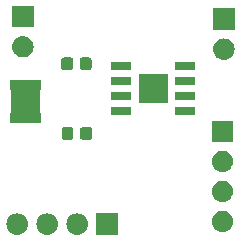
<source format=gts>
G04 #@! TF.GenerationSoftware,KiCad,Pcbnew,5.0.1-33cea8e~68~ubuntu14.04.1*
G04 #@! TF.CreationDate,2018-11-21T18:03:04-08:00*
G04 #@! TF.ProjectId,ga4-evalboard,6761342D6576616C626F6172642E6B69,rev?*
G04 #@! TF.SameCoordinates,Original*
G04 #@! TF.FileFunction,Soldermask,Top*
G04 #@! TF.FilePolarity,Negative*
%FSLAX46Y46*%
G04 Gerber Fmt 4.6, Leading zero omitted, Abs format (unit mm)*
G04 Created by KiCad (PCBNEW 5.0.1-33cea8e~68~ubuntu14.04.1) date Wed 21 Nov 2018 06:03:04 PM PST*
%MOMM*%
%LPD*%
G01*
G04 APERTURE LIST*
%ADD10C,0.100000*%
G04 APERTURE END LIST*
D10*
G36*
X143876000Y-111951000D02*
X142074000Y-111951000D01*
X142074000Y-110149000D01*
X143876000Y-110149000D01*
X143876000Y-111951000D01*
X143876000Y-111951000D01*
G37*
G36*
X138005442Y-110155518D02*
X138071627Y-110162037D01*
X138184853Y-110196384D01*
X138241467Y-110213557D01*
X138380087Y-110287652D01*
X138397991Y-110297222D01*
X138422101Y-110317009D01*
X138535186Y-110409814D01*
X138618448Y-110511271D01*
X138647778Y-110547009D01*
X138647779Y-110547011D01*
X138731443Y-110703533D01*
X138731443Y-110703534D01*
X138782963Y-110873373D01*
X138800359Y-111050000D01*
X138782963Y-111226627D01*
X138753732Y-111322989D01*
X138731443Y-111396467D01*
X138697384Y-111460186D01*
X138647778Y-111552991D01*
X138631539Y-111572778D01*
X138535186Y-111690186D01*
X138433729Y-111773448D01*
X138397991Y-111802778D01*
X138397989Y-111802779D01*
X138241467Y-111886443D01*
X138184853Y-111903616D01*
X138071627Y-111937963D01*
X138005443Y-111944481D01*
X137939260Y-111951000D01*
X137850740Y-111951000D01*
X137784557Y-111944481D01*
X137718373Y-111937963D01*
X137605147Y-111903616D01*
X137548533Y-111886443D01*
X137392011Y-111802779D01*
X137392009Y-111802778D01*
X137356271Y-111773448D01*
X137254814Y-111690186D01*
X137158461Y-111572778D01*
X137142222Y-111552991D01*
X137092616Y-111460186D01*
X137058557Y-111396467D01*
X137036268Y-111322989D01*
X137007037Y-111226627D01*
X136989641Y-111050000D01*
X137007037Y-110873373D01*
X137058557Y-110703534D01*
X137058557Y-110703533D01*
X137142221Y-110547011D01*
X137142222Y-110547009D01*
X137171552Y-110511271D01*
X137254814Y-110409814D01*
X137367899Y-110317009D01*
X137392009Y-110297222D01*
X137409913Y-110287652D01*
X137548533Y-110213557D01*
X137605147Y-110196384D01*
X137718373Y-110162037D01*
X137784558Y-110155518D01*
X137850740Y-110149000D01*
X137939260Y-110149000D01*
X138005442Y-110155518D01*
X138005442Y-110155518D01*
G37*
G36*
X135465442Y-110155518D02*
X135531627Y-110162037D01*
X135644853Y-110196384D01*
X135701467Y-110213557D01*
X135840087Y-110287652D01*
X135857991Y-110297222D01*
X135882101Y-110317009D01*
X135995186Y-110409814D01*
X136078448Y-110511271D01*
X136107778Y-110547009D01*
X136107779Y-110547011D01*
X136191443Y-110703533D01*
X136191443Y-110703534D01*
X136242963Y-110873373D01*
X136260359Y-111050000D01*
X136242963Y-111226627D01*
X136213732Y-111322989D01*
X136191443Y-111396467D01*
X136157384Y-111460186D01*
X136107778Y-111552991D01*
X136091539Y-111572778D01*
X135995186Y-111690186D01*
X135893729Y-111773448D01*
X135857991Y-111802778D01*
X135857989Y-111802779D01*
X135701467Y-111886443D01*
X135644853Y-111903616D01*
X135531627Y-111937963D01*
X135465443Y-111944481D01*
X135399260Y-111951000D01*
X135310740Y-111951000D01*
X135244557Y-111944481D01*
X135178373Y-111937963D01*
X135065147Y-111903616D01*
X135008533Y-111886443D01*
X134852011Y-111802779D01*
X134852009Y-111802778D01*
X134816271Y-111773448D01*
X134714814Y-111690186D01*
X134618461Y-111572778D01*
X134602222Y-111552991D01*
X134552616Y-111460186D01*
X134518557Y-111396467D01*
X134496268Y-111322989D01*
X134467037Y-111226627D01*
X134449641Y-111050000D01*
X134467037Y-110873373D01*
X134518557Y-110703534D01*
X134518557Y-110703533D01*
X134602221Y-110547011D01*
X134602222Y-110547009D01*
X134631552Y-110511271D01*
X134714814Y-110409814D01*
X134827899Y-110317009D01*
X134852009Y-110297222D01*
X134869913Y-110287652D01*
X135008533Y-110213557D01*
X135065147Y-110196384D01*
X135178373Y-110162037D01*
X135244558Y-110155518D01*
X135310740Y-110149000D01*
X135399260Y-110149000D01*
X135465442Y-110155518D01*
X135465442Y-110155518D01*
G37*
G36*
X140545442Y-110155518D02*
X140611627Y-110162037D01*
X140724853Y-110196384D01*
X140781467Y-110213557D01*
X140920087Y-110287652D01*
X140937991Y-110297222D01*
X140962101Y-110317009D01*
X141075186Y-110409814D01*
X141158448Y-110511271D01*
X141187778Y-110547009D01*
X141187779Y-110547011D01*
X141271443Y-110703533D01*
X141271443Y-110703534D01*
X141322963Y-110873373D01*
X141340359Y-111050000D01*
X141322963Y-111226627D01*
X141293732Y-111322989D01*
X141271443Y-111396467D01*
X141237384Y-111460186D01*
X141187778Y-111552991D01*
X141171539Y-111572778D01*
X141075186Y-111690186D01*
X140973729Y-111773448D01*
X140937991Y-111802778D01*
X140937989Y-111802779D01*
X140781467Y-111886443D01*
X140724853Y-111903616D01*
X140611627Y-111937963D01*
X140545443Y-111944481D01*
X140479260Y-111951000D01*
X140390740Y-111951000D01*
X140324557Y-111944481D01*
X140258373Y-111937963D01*
X140145147Y-111903616D01*
X140088533Y-111886443D01*
X139932011Y-111802779D01*
X139932009Y-111802778D01*
X139896271Y-111773448D01*
X139794814Y-111690186D01*
X139698461Y-111572778D01*
X139682222Y-111552991D01*
X139632616Y-111460186D01*
X139598557Y-111396467D01*
X139576268Y-111322989D01*
X139547037Y-111226627D01*
X139529641Y-111050000D01*
X139547037Y-110873373D01*
X139598557Y-110703534D01*
X139598557Y-110703533D01*
X139682221Y-110547011D01*
X139682222Y-110547009D01*
X139711552Y-110511271D01*
X139794814Y-110409814D01*
X139907899Y-110317009D01*
X139932009Y-110297222D01*
X139949913Y-110287652D01*
X140088533Y-110213557D01*
X140145147Y-110196384D01*
X140258373Y-110162037D01*
X140324558Y-110155518D01*
X140390740Y-110149000D01*
X140479260Y-110149000D01*
X140545442Y-110155518D01*
X140545442Y-110155518D01*
G37*
G36*
X152860443Y-109925519D02*
X152926627Y-109932037D01*
X153039853Y-109966384D01*
X153096467Y-109983557D01*
X153235087Y-110057652D01*
X153252991Y-110067222D01*
X153288729Y-110096552D01*
X153390186Y-110179814D01*
X153473448Y-110281271D01*
X153502778Y-110317009D01*
X153502779Y-110317011D01*
X153586443Y-110473533D01*
X153586443Y-110473534D01*
X153637963Y-110643373D01*
X153655359Y-110820000D01*
X153637963Y-110996627D01*
X153603616Y-111109853D01*
X153586443Y-111166467D01*
X153554287Y-111226625D01*
X153502778Y-111322991D01*
X153473448Y-111358729D01*
X153390186Y-111460186D01*
X153288729Y-111543448D01*
X153252991Y-111572778D01*
X153252989Y-111572779D01*
X153096467Y-111656443D01*
X153039853Y-111673616D01*
X152926627Y-111707963D01*
X152860443Y-111714481D01*
X152794260Y-111721000D01*
X152705740Y-111721000D01*
X152639557Y-111714481D01*
X152573373Y-111707963D01*
X152460147Y-111673616D01*
X152403533Y-111656443D01*
X152247011Y-111572779D01*
X152247009Y-111572778D01*
X152211271Y-111543448D01*
X152109814Y-111460186D01*
X152026552Y-111358729D01*
X151997222Y-111322991D01*
X151945713Y-111226625D01*
X151913557Y-111166467D01*
X151896384Y-111109853D01*
X151862037Y-110996627D01*
X151844641Y-110820000D01*
X151862037Y-110643373D01*
X151913557Y-110473534D01*
X151913557Y-110473533D01*
X151997221Y-110317011D01*
X151997222Y-110317009D01*
X152026552Y-110281271D01*
X152109814Y-110179814D01*
X152211271Y-110096552D01*
X152247009Y-110067222D01*
X152264913Y-110057652D01*
X152403533Y-109983557D01*
X152460147Y-109966384D01*
X152573373Y-109932037D01*
X152639557Y-109925519D01*
X152705740Y-109919000D01*
X152794260Y-109919000D01*
X152860443Y-109925519D01*
X152860443Y-109925519D01*
G37*
G36*
X152860442Y-107385518D02*
X152926627Y-107392037D01*
X153039853Y-107426384D01*
X153096467Y-107443557D01*
X153235087Y-107517652D01*
X153252991Y-107527222D01*
X153288729Y-107556552D01*
X153390186Y-107639814D01*
X153473448Y-107741271D01*
X153502778Y-107777009D01*
X153502779Y-107777011D01*
X153586443Y-107933533D01*
X153586443Y-107933534D01*
X153637963Y-108103373D01*
X153655359Y-108280000D01*
X153637963Y-108456627D01*
X153603616Y-108569853D01*
X153586443Y-108626467D01*
X153512348Y-108765087D01*
X153502778Y-108782991D01*
X153473448Y-108818729D01*
X153390186Y-108920186D01*
X153288729Y-109003448D01*
X153252991Y-109032778D01*
X153252989Y-109032779D01*
X153096467Y-109116443D01*
X153039853Y-109133616D01*
X152926627Y-109167963D01*
X152860443Y-109174481D01*
X152794260Y-109181000D01*
X152705740Y-109181000D01*
X152639557Y-109174481D01*
X152573373Y-109167963D01*
X152460147Y-109133616D01*
X152403533Y-109116443D01*
X152247011Y-109032779D01*
X152247009Y-109032778D01*
X152211271Y-109003448D01*
X152109814Y-108920186D01*
X152026552Y-108818729D01*
X151997222Y-108782991D01*
X151987652Y-108765087D01*
X151913557Y-108626467D01*
X151896384Y-108569853D01*
X151862037Y-108456627D01*
X151844641Y-108280000D01*
X151862037Y-108103373D01*
X151913557Y-107933534D01*
X151913557Y-107933533D01*
X151997221Y-107777011D01*
X151997222Y-107777009D01*
X152026552Y-107741271D01*
X152109814Y-107639814D01*
X152211271Y-107556552D01*
X152247009Y-107527222D01*
X152264913Y-107517652D01*
X152403533Y-107443557D01*
X152460147Y-107426384D01*
X152573373Y-107392037D01*
X152639558Y-107385518D01*
X152705740Y-107379000D01*
X152794260Y-107379000D01*
X152860442Y-107385518D01*
X152860442Y-107385518D01*
G37*
G36*
X152860443Y-104845519D02*
X152926627Y-104852037D01*
X153039853Y-104886384D01*
X153096467Y-104903557D01*
X153235087Y-104977652D01*
X153252991Y-104987222D01*
X153288729Y-105016552D01*
X153390186Y-105099814D01*
X153473448Y-105201271D01*
X153502778Y-105237009D01*
X153502779Y-105237011D01*
X153586443Y-105393533D01*
X153586443Y-105393534D01*
X153637963Y-105563373D01*
X153655359Y-105740000D01*
X153637963Y-105916627D01*
X153603616Y-106029853D01*
X153586443Y-106086467D01*
X153512348Y-106225087D01*
X153502778Y-106242991D01*
X153473448Y-106278729D01*
X153390186Y-106380186D01*
X153288729Y-106463448D01*
X153252991Y-106492778D01*
X153252989Y-106492779D01*
X153096467Y-106576443D01*
X153039853Y-106593616D01*
X152926627Y-106627963D01*
X152860442Y-106634482D01*
X152794260Y-106641000D01*
X152705740Y-106641000D01*
X152639558Y-106634482D01*
X152573373Y-106627963D01*
X152460147Y-106593616D01*
X152403533Y-106576443D01*
X152247011Y-106492779D01*
X152247009Y-106492778D01*
X152211271Y-106463448D01*
X152109814Y-106380186D01*
X152026552Y-106278729D01*
X151997222Y-106242991D01*
X151987652Y-106225087D01*
X151913557Y-106086467D01*
X151896384Y-106029853D01*
X151862037Y-105916627D01*
X151844641Y-105740000D01*
X151862037Y-105563373D01*
X151913557Y-105393534D01*
X151913557Y-105393533D01*
X151997221Y-105237011D01*
X151997222Y-105237009D01*
X152026552Y-105201271D01*
X152109814Y-105099814D01*
X152211271Y-105016552D01*
X152247009Y-104987222D01*
X152264913Y-104977652D01*
X152403533Y-104903557D01*
X152460147Y-104886384D01*
X152573373Y-104852037D01*
X152639557Y-104845519D01*
X152705740Y-104839000D01*
X152794260Y-104839000D01*
X152860443Y-104845519D01*
X152860443Y-104845519D01*
G37*
G36*
X153651000Y-104101000D02*
X151849000Y-104101000D01*
X151849000Y-102299000D01*
X153651000Y-102299000D01*
X153651000Y-104101000D01*
X153651000Y-104101000D01*
G37*
G36*
X141542091Y-102853085D02*
X141576069Y-102863393D01*
X141607387Y-102880133D01*
X141634839Y-102902661D01*
X141657367Y-102930113D01*
X141674107Y-102961431D01*
X141684415Y-102995409D01*
X141688500Y-103036890D01*
X141688500Y-103713110D01*
X141684415Y-103754591D01*
X141674107Y-103788569D01*
X141657367Y-103819887D01*
X141634839Y-103847339D01*
X141607387Y-103869867D01*
X141576069Y-103886607D01*
X141542091Y-103896915D01*
X141500610Y-103901000D01*
X140899390Y-103901000D01*
X140857909Y-103896915D01*
X140823931Y-103886607D01*
X140792613Y-103869867D01*
X140765161Y-103847339D01*
X140742633Y-103819887D01*
X140725893Y-103788569D01*
X140715585Y-103754591D01*
X140711500Y-103713110D01*
X140711500Y-103036890D01*
X140715585Y-102995409D01*
X140725893Y-102961431D01*
X140742633Y-102930113D01*
X140765161Y-102902661D01*
X140792613Y-102880133D01*
X140823931Y-102863393D01*
X140857909Y-102853085D01*
X140899390Y-102849000D01*
X141500610Y-102849000D01*
X141542091Y-102853085D01*
X141542091Y-102853085D01*
G37*
G36*
X139967091Y-102853085D02*
X140001069Y-102863393D01*
X140032387Y-102880133D01*
X140059839Y-102902661D01*
X140082367Y-102930113D01*
X140099107Y-102961431D01*
X140109415Y-102995409D01*
X140113500Y-103036890D01*
X140113500Y-103713110D01*
X140109415Y-103754591D01*
X140099107Y-103788569D01*
X140082367Y-103819887D01*
X140059839Y-103847339D01*
X140032387Y-103869867D01*
X140001069Y-103886607D01*
X139967091Y-103896915D01*
X139925610Y-103901000D01*
X139324390Y-103901000D01*
X139282909Y-103896915D01*
X139248931Y-103886607D01*
X139217613Y-103869867D01*
X139190161Y-103847339D01*
X139167633Y-103819887D01*
X139150893Y-103788569D01*
X139140585Y-103754591D01*
X139136500Y-103713110D01*
X139136500Y-103036890D01*
X139140585Y-102995409D01*
X139150893Y-102961431D01*
X139167633Y-102930113D01*
X139190161Y-102902661D01*
X139217613Y-102880133D01*
X139248931Y-102863393D01*
X139282909Y-102853085D01*
X139324390Y-102849000D01*
X139925610Y-102849000D01*
X139967091Y-102853085D01*
X139967091Y-102853085D01*
G37*
G36*
X137376000Y-99694690D02*
X137371554Y-99697066D01*
X137352612Y-99712612D01*
X137337066Y-99731554D01*
X137325515Y-99753165D01*
X137318402Y-99776614D01*
X137316000Y-99801000D01*
X137316000Y-101549000D01*
X137318402Y-101573386D01*
X137325515Y-101596835D01*
X137337066Y-101618446D01*
X137352612Y-101637388D01*
X137371554Y-101652934D01*
X137376000Y-101655310D01*
X137376000Y-102476000D01*
X134774000Y-102476000D01*
X134774000Y-101655310D01*
X134778446Y-101652934D01*
X134797388Y-101637388D01*
X134812934Y-101618446D01*
X134824485Y-101596835D01*
X134831598Y-101573386D01*
X134834000Y-101549000D01*
X134834000Y-99801000D01*
X134831598Y-99776614D01*
X134824485Y-99753165D01*
X134812934Y-99731554D01*
X134797388Y-99712612D01*
X134778446Y-99697066D01*
X134774000Y-99694690D01*
X134774000Y-98874000D01*
X137376000Y-98874000D01*
X137376000Y-99694690D01*
X137376000Y-99694690D01*
G37*
G36*
X145001000Y-101856000D02*
X143349000Y-101856000D01*
X143349000Y-101154000D01*
X145001000Y-101154000D01*
X145001000Y-101856000D01*
X145001000Y-101856000D01*
G37*
G36*
X150401000Y-101856000D02*
X148749000Y-101856000D01*
X148749000Y-101154000D01*
X150401000Y-101154000D01*
X150401000Y-101856000D01*
X150401000Y-101856000D01*
G37*
G36*
X148101000Y-100826000D02*
X145649000Y-100826000D01*
X145649000Y-98374000D01*
X148101000Y-98374000D01*
X148101000Y-100826000D01*
X148101000Y-100826000D01*
G37*
G36*
X145001000Y-100586000D02*
X143349000Y-100586000D01*
X143349000Y-99884000D01*
X145001000Y-99884000D01*
X145001000Y-100586000D01*
X145001000Y-100586000D01*
G37*
G36*
X150401000Y-100586000D02*
X148749000Y-100586000D01*
X148749000Y-99884000D01*
X150401000Y-99884000D01*
X150401000Y-100586000D01*
X150401000Y-100586000D01*
G37*
G36*
X145001000Y-99316000D02*
X143349000Y-99316000D01*
X143349000Y-98614000D01*
X145001000Y-98614000D01*
X145001000Y-99316000D01*
X145001000Y-99316000D01*
G37*
G36*
X150401000Y-99316000D02*
X148749000Y-99316000D01*
X148749000Y-98614000D01*
X150401000Y-98614000D01*
X150401000Y-99316000D01*
X150401000Y-99316000D01*
G37*
G36*
X150401000Y-98046000D02*
X148749000Y-98046000D01*
X148749000Y-97344000D01*
X150401000Y-97344000D01*
X150401000Y-98046000D01*
X150401000Y-98046000D01*
G37*
G36*
X145001000Y-98046000D02*
X143349000Y-98046000D01*
X143349000Y-97344000D01*
X145001000Y-97344000D01*
X145001000Y-98046000D01*
X145001000Y-98046000D01*
G37*
G36*
X139942091Y-96953085D02*
X139976069Y-96963393D01*
X140007387Y-96980133D01*
X140034839Y-97002661D01*
X140057367Y-97030113D01*
X140074107Y-97061431D01*
X140084415Y-97095409D01*
X140088500Y-97136890D01*
X140088500Y-97813110D01*
X140084415Y-97854591D01*
X140074107Y-97888569D01*
X140057367Y-97919887D01*
X140034839Y-97947339D01*
X140007387Y-97969867D01*
X139976069Y-97986607D01*
X139942091Y-97996915D01*
X139900610Y-98001000D01*
X139299390Y-98001000D01*
X139257909Y-97996915D01*
X139223931Y-97986607D01*
X139192613Y-97969867D01*
X139165161Y-97947339D01*
X139142633Y-97919887D01*
X139125893Y-97888569D01*
X139115585Y-97854591D01*
X139111500Y-97813110D01*
X139111500Y-97136890D01*
X139115585Y-97095409D01*
X139125893Y-97061431D01*
X139142633Y-97030113D01*
X139165161Y-97002661D01*
X139192613Y-96980133D01*
X139223931Y-96963393D01*
X139257909Y-96953085D01*
X139299390Y-96949000D01*
X139900610Y-96949000D01*
X139942091Y-96953085D01*
X139942091Y-96953085D01*
G37*
G36*
X141517091Y-96953085D02*
X141551069Y-96963393D01*
X141582387Y-96980133D01*
X141609839Y-97002661D01*
X141632367Y-97030113D01*
X141649107Y-97061431D01*
X141659415Y-97095409D01*
X141663500Y-97136890D01*
X141663500Y-97813110D01*
X141659415Y-97854591D01*
X141649107Y-97888569D01*
X141632367Y-97919887D01*
X141609839Y-97947339D01*
X141582387Y-97969867D01*
X141551069Y-97986607D01*
X141517091Y-97996915D01*
X141475610Y-98001000D01*
X140874390Y-98001000D01*
X140832909Y-97996915D01*
X140798931Y-97986607D01*
X140767613Y-97969867D01*
X140740161Y-97947339D01*
X140717633Y-97919887D01*
X140700893Y-97888569D01*
X140690585Y-97854591D01*
X140686500Y-97813110D01*
X140686500Y-97136890D01*
X140690585Y-97095409D01*
X140700893Y-97061431D01*
X140717633Y-97030113D01*
X140740161Y-97002661D01*
X140767613Y-96980133D01*
X140798931Y-96963393D01*
X140832909Y-96953085D01*
X140874390Y-96949000D01*
X141475610Y-96949000D01*
X141517091Y-96953085D01*
X141517091Y-96953085D01*
G37*
G36*
X152985443Y-95345519D02*
X153051627Y-95352037D01*
X153164853Y-95386384D01*
X153221467Y-95403557D01*
X153360087Y-95477652D01*
X153377991Y-95487222D01*
X153413729Y-95516552D01*
X153515186Y-95599814D01*
X153592098Y-95693533D01*
X153627778Y-95737009D01*
X153627779Y-95737011D01*
X153711443Y-95893533D01*
X153711443Y-95893534D01*
X153762963Y-96063373D01*
X153780359Y-96240000D01*
X153762963Y-96416627D01*
X153728616Y-96529853D01*
X153711443Y-96586467D01*
X153661349Y-96680185D01*
X153627778Y-96742991D01*
X153598448Y-96778729D01*
X153515186Y-96880186D01*
X153426357Y-96953085D01*
X153377991Y-96992778D01*
X153377989Y-96992779D01*
X153221467Y-97076443D01*
X153164853Y-97093616D01*
X153051627Y-97127963D01*
X152985442Y-97134482D01*
X152919260Y-97141000D01*
X152830740Y-97141000D01*
X152764558Y-97134482D01*
X152698373Y-97127963D01*
X152585147Y-97093616D01*
X152528533Y-97076443D01*
X152372011Y-96992779D01*
X152372009Y-96992778D01*
X152323643Y-96953085D01*
X152234814Y-96880186D01*
X152151552Y-96778729D01*
X152122222Y-96742991D01*
X152088651Y-96680185D01*
X152038557Y-96586467D01*
X152021384Y-96529853D01*
X151987037Y-96416627D01*
X151969641Y-96240000D01*
X151987037Y-96063373D01*
X152038557Y-95893534D01*
X152038557Y-95893533D01*
X152122221Y-95737011D01*
X152122222Y-95737009D01*
X152157902Y-95693533D01*
X152234814Y-95599814D01*
X152336271Y-95516552D01*
X152372009Y-95487222D01*
X152389913Y-95477652D01*
X152528533Y-95403557D01*
X152585147Y-95386384D01*
X152698373Y-95352037D01*
X152764557Y-95345519D01*
X152830740Y-95339000D01*
X152919260Y-95339000D01*
X152985443Y-95345519D01*
X152985443Y-95345519D01*
G37*
G36*
X135960443Y-95145519D02*
X136026627Y-95152037D01*
X136139853Y-95186384D01*
X136196467Y-95203557D01*
X136335087Y-95277652D01*
X136352991Y-95287222D01*
X136388729Y-95316552D01*
X136490186Y-95399814D01*
X136561918Y-95487221D01*
X136602778Y-95537009D01*
X136602779Y-95537011D01*
X136686443Y-95693533D01*
X136686443Y-95693534D01*
X136737963Y-95863373D01*
X136755359Y-96040000D01*
X136737963Y-96216627D01*
X136703616Y-96329853D01*
X136686443Y-96386467D01*
X136612348Y-96525087D01*
X136602778Y-96542991D01*
X136573448Y-96578729D01*
X136490186Y-96680186D01*
X136388729Y-96763448D01*
X136352991Y-96792778D01*
X136352989Y-96792779D01*
X136196467Y-96876443D01*
X136139853Y-96893616D01*
X136026627Y-96927963D01*
X135960442Y-96934482D01*
X135894260Y-96941000D01*
X135805740Y-96941000D01*
X135739558Y-96934482D01*
X135673373Y-96927963D01*
X135560147Y-96893616D01*
X135503533Y-96876443D01*
X135347011Y-96792779D01*
X135347009Y-96792778D01*
X135311271Y-96763448D01*
X135209814Y-96680186D01*
X135126552Y-96578729D01*
X135097222Y-96542991D01*
X135087652Y-96525087D01*
X135013557Y-96386467D01*
X134996384Y-96329853D01*
X134962037Y-96216627D01*
X134944641Y-96040000D01*
X134962037Y-95863373D01*
X135013557Y-95693534D01*
X135013557Y-95693533D01*
X135097221Y-95537011D01*
X135097222Y-95537009D01*
X135138082Y-95487221D01*
X135209814Y-95399814D01*
X135311271Y-95316552D01*
X135347009Y-95287222D01*
X135364913Y-95277652D01*
X135503533Y-95203557D01*
X135560147Y-95186384D01*
X135673373Y-95152037D01*
X135739557Y-95145519D01*
X135805740Y-95139000D01*
X135894260Y-95139000D01*
X135960443Y-95145519D01*
X135960443Y-95145519D01*
G37*
G36*
X153776000Y-94601000D02*
X151974000Y-94601000D01*
X151974000Y-92799000D01*
X153776000Y-92799000D01*
X153776000Y-94601000D01*
X153776000Y-94601000D01*
G37*
G36*
X136751000Y-94401000D02*
X134949000Y-94401000D01*
X134949000Y-92599000D01*
X136751000Y-92599000D01*
X136751000Y-94401000D01*
X136751000Y-94401000D01*
G37*
M02*

</source>
